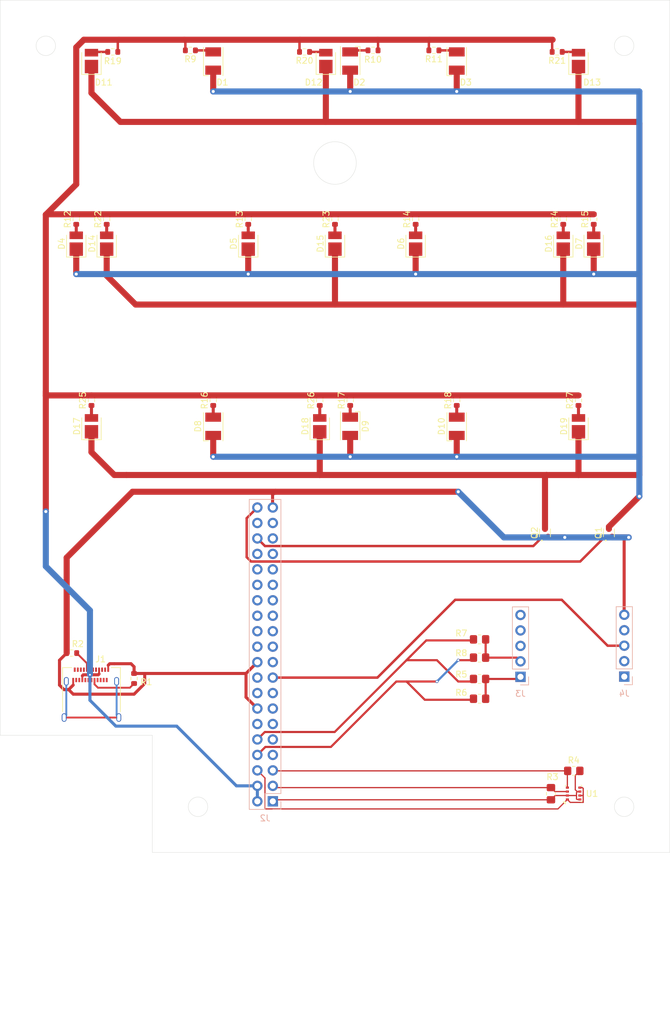
<source format=kicad_pcb>
(kicad_pcb (version 20240108) (generator "pcbnew") (generator_version "8.0")
  (layers (0 "F.Cu" signal) (31 "B.Cu" signal) (34 "B.Paste" user) (35 "F.Paste" user) (36 "B.SilkS" user "B.Silkscreen") (37 "F.SilkS" user "F.Silkscreen") (38 "B.Mask" user) (39 "F.Mask" user) (44 "Edge.Cuts" user))
  (net 0 "")
  (net 1 "Net-(D1-K)")
  (net 2 "Net-(D1-A)")
  (net 3 "Net-(D2-A)")
  (net 4 "Net-(D3-A)")
  (net 5 "Net-(D4-A)")
  (net 6 "Net-(D5-A)")
  (net 7 "Net-(D6-A)")
  (net 8 "Net-(D7-A)")
  (net 9 "Net-(D8-A)")
  (net 10 "Net-(D9-A)")
  (net 11 "Net-(D10-A)")
  (net 12 "Net-(D11-K)")
  (net 13 "Net-(D11-A)")
  (net 14 "Net-(D12-A)")
  (net 15 "Net-(D13-A)")
  (net 16 "Net-(D14-A)")
  (net 17 "Net-(D15-A)")
  (net 18 "Net-(D16-A)")
  (net 19 "Net-(D17-A)")
  (net 20 "Net-(D18-A)")
  (net 21 "Net-(D19-A)")
  (net 22 "GPIO5")
  (net 23 "GPIO19")
  (net 24 "+3.3V")
  (net 25 "+5V")
  (net 26 "GND")
  (net 27 "GPIO26")
  (net 28 "GPIO27")
  (net 29 "GPIO25")
  (net 30 "led_white_enable")
  (net 31 "GPIO23")
  (net 32 "GPIO24")
  (net 34 "GPIO17")
  (net 36 "GPIO9")
  (net 37 "RX")
  (net 38 "GPIO4")
  (net 39 "TX")
  (net 40 "GPIO7")
  (net 41 "GPIO10")
  (net 42 "GPIO22")
  (net 43 "GPIO20")
  (net 44 "GPIO12")
  (net 45 "led_uv_enable")
  (net 46 "SCL")
  (net 47 "GPIO8")
  (net 48 "GPIO18")
  (net 49 "SDA")
  (net 50 "GPIO11")
  (net 51 "GPIO6")
  (net 52 "GPIO13")
  (net 54 "Net-(J3-Pin_1)")
  (net 57 "Net-(J3-Pin_2)")
  (net 61 "Net-(J1-CC2)")
  (net 62 "Net-(J1-CC1)")
  (net 63 "unconnected-(J1-SHIELD-PadS1)")
  (footprint "LED_SMD:LED_PLCC_2835" (layer "F.Cu") (at 53.5 10 90)
    (property "Reference" "D12")
    (property "Value" "LED_w")
  )
  (footprint "Resistor_SMD:R_0603_1608Metric" (layer "F.Cu") (at 71.25 8.25 180)
    (property "Reference" "R11")
    (property "Value" "56R")
  )
  (footprint "Resistor_SMD:R_0603_1608Metric" (layer "F.Cu") (at 95 65.75 90)
    (property "Reference" "R27")
    (property "Value" "68R")
  )
  (footprint "Resistor_SMD:R_0603_1608Metric" (layer "F.Cu") (at 35 65.75 90)
    (property "Reference" "R16")
    (property "Value" "56R")
  )
  (footprint "Package_TO_SOT_SMD:SOT-523" (layer "F.Cu") (at 100 87.5 90)
    (property "Reference" "Q1")
    (property "Value" "DMG1012T")
  )
  (footprint "LED_SMD:LED_PLCC_2835" (layer "F.Cu") (at 15 10 90)
    (property "Reference" "D11")
    (property "Value" "LED_w")
  )
  (footprint "Resistor_SMD:R_0805_2012Metric_Pad1.20x1.40mm_HandSolder" (layer "F.Cu") (at 78.75 114.75)
    (property "Reference" "R6")
    (property "Value" "0R")
  )
  (footprint "Resistor_SMD:R_0805_2012Metric_Pad1.20x1.40mm_HandSolder" (layer "F.Cu") (at 78.75 105)
    (property "Reference" "R7")
    (property "Value" "0R")
  )
  (footprint "Resistor_SMD:R_0603_1608Metric" (layer "F.Cu") (at 11.75 107.25)
    (property "Reference" "R2")
    (property "Value" "5k1")
  )
  (footprint "Resistor_SMD:R_0603_1608Metric" (layer "F.Cu") (at 91.5 8.5 180)
    (property "Reference" "R21")
    (property "Value" "68R")
  )
  (footprint "LED_SMD:LED_PLCC_2835" (layer "F.Cu") (at 40.75 40 90)
    (property "Reference" "D5")
    (property "Value" "LED_365")
  )
  (footprint "LED_SMD:LED_PLCC_2835" (layer "F.Cu") (at 52.5 70 90)
    (property "Reference" "D18")
    (property "Value" "LED_w")
  )
  (footprint "LED_SMD:LED_PLCC_2835" (layer "F.Cu") (at 95 70 90)
    (property "Reference" "D19")
    (property "Value" "LED_w")
  )
  (footprint "LED_SMD:LED_PLCC_2835" (layer "F.Cu") (at 55 40 90)
    (property "Reference" "D15")
    (property "Value" "LED_w")
  )
  (footprint "Resistor_SMD:R_0603_1608Metric" (layer "F.Cu") (at 22 111.425 -90)
    (property "Reference" "R1")
    (property "Value" "5k1")
  )
  (footprint "Resistor_SMD:R_0603_1608Metric" (layer "F.Cu") (at 57.5 65.75 90)
    (property "Reference" "R17")
    (property "Value" "43R")
  )
  (footprint "LED_SMD:LED_PLCC-2_3.4x3.0mm_KA" (layer "F.Cu") (at 35 70 90)
    (property "Reference" "D8")
    (property "Value" "LED_405")
  )
  (footprint "LED_SMD:LED_PLCC-2_3.4x3.0mm_AK" (layer "F.Cu") (at 57.5 10 -90)
    (property "Reference" "D2")
    (property "Value" "LED_blue")
  )
  (footprint "Resistor_SMD:R_0805_2012Metric_Pad1.20x1.40mm_HandSolder" (layer "F.Cu") (at 94.225 126.6 180)
    (property "Reference" "R4")
    (property "Value" "4k7")
  )
  (footprint "Resistor_SMD:R_0603_1608Metric" (layer "F.Cu") (at 40.75 36 90)
    (property "Reference" "R13")
    (property "Value" "51R")
  )
  (footprint "LED_SMD:LED_PLCC_2835" (layer "F.Cu") (at 12.5 40 90)
    (property "Reference" "D4")
    (property "Value" "LED_365")
  )
  (footprint "LED_SMD:LED_PLCC_2835" (layer "F.Cu") (at 92.5 40 90)
    (property "Reference" "D16")
    (property "Value" "LED_w")
  )
  (footprint "Resistor_SMD:R_0805_2012Metric_Pad1.20x1.40mm_HandSolder" (layer "F.Cu") (at 78.75 108)
    (property "Reference" "R8")
    (property "Value" "0R")
  )
  (footprint "Resistor_SMD:R_0805_2012Metric_Pad1.20x1.40mm_HandSolder" (layer "F.Cu") (at 78.75 111.5)
    (property "Reference" "R5")
    (property "Value" "0R")
  )
  (footprint "LED_SMD:LED_PLCC_2835" (layer "F.Cu") (at 95 10 90)
    (property "Reference" "D13")
    (property "Value" "LED_w")
  )
  (footprint "Resistor_SMD:R_0603_1608Metric" (layer "F.Cu") (at 52.5 65.75 90)
    (property "Reference" "R26")
    (property "Value" "68R")
  )
  (footprint "Resistor_SMD:R_0603_1608Metric" (layer "F.Cu") (at 15 65.75 90)
    (property "Reference" "R25")
    (property "Value" "68R")
  )
  (footprint "LED_SMD:LED_PLCC-2_3.4x3.0mm_AK" (layer "F.Cu") (at 57.5 70 -90)
    (property "Reference" "D9")
    (property "Value" "LED_blue")
  )
  (footprint "Resistor_SMD:R_0603_1608Metric" (layer "F.Cu") (at 61.25 8.25)
    (property "Reference" "R10")
    (property "Value" "43R")
  )
  (footprint "Package_LGA:Bosch_LGA-8_2.5x2.5mm_P0.65mm_ClockwisePinNumbering" (layer "F.Cu") (at 94.2 130.325 90)
    (property "Reference" "U1")
    (property "Value" "BME280")
  )
  (footprint "Resistor_SMD:R_0603_1608Metric" (layer "F.Cu") (at 12.5 36 90)
    (property "Reference" "R12")
    (property "Value" "51R")
  )
  (footprint "Resistor_SMD:R_0603_1608Metric" (layer "F.Cu") (at 68.25 36 90)
    (property "Reference" "R14")
    (property "Value" "51R")
  )
  (footprint "Resistor_SMD:R_0603_1608Metric" (layer "F.Cu") (at 50 8.5 180)
    (property "Reference" "R20")
    (property "Value" "68R")
  )
  (footprint "Resistor_SMD:R_0603_1608Metric" (layer "F.Cu") (at 92.5 36 90)
    (property "Reference" "R24")
    (property "Value" "68R")
  )
  (footprint "LED_SMD:LED_PLCC_2835" (layer "F.Cu") (at 97.5 40 90)
    (property "Reference" "D7")
    (property "Value" "LED_365")
  )
  (footprint "LED_SMD:LED_PLCC_2835" (layer "F.Cu") (at 68.25 40 90)
    (property "Reference" "D6")
    (property "Value" "LED_365")
  )
  (footprint "Connector_USB:USB_C_Receptacle_Amphenol_12401610E4-2A" (layer "F.Cu") (at 15 115)
    (property "Reference" "J1")
    (property "Value" "USB_C_Receptacle_PowerOnly_6P")
  )
  (footprint "LED_SMD:LED_PLCC-2_3.4x3.0mm_KA" (layer "F.Cu") (at 35 10 90)
    (property "Reference" "D1")
    (property "Value" "LED_405")
  )
  (footprint "LED_SMD:LED_PLCC_2835" (layer "F.Cu") (at 17.5 40 90)
    (property "Reference" "D14")
    (property "Value" "LED_w")
  )
  (footprint "Resistor_SMD:R_0603_1608Metric" (layer "F.Cu") (at 55 36 90)
    (property "Reference" "R23")
    (property "Value" "68R")
  )
  (footprint "Resistor_SMD:R_0805_2012Metric_Pad1.20x1.40mm_HandSolder" (layer "F.Cu") (at 90.475 130.35 90)
    (property "Reference" "R3")
    (property "Value" "4k7")
  )
  (footprint "LED_SMD:LED_PLCC-2_3.4x3.0mm_KA" (layer "F.Cu") (at 75 10 90)
    (property "Reference" "D3")
    (property "Value" "LED_405")
  )
  (footprint "Resistor_SMD:R_0603_1608Metric" (layer "F.Cu") (at 17.5 36 90)
    (property "Reference" "R22")
    (property "Value" "68R")
  )
  (footprint "Package_TO_SOT_SMD:SOT-523" (layer "F.Cu") (at 89.5 87.5 90)
    (property "Reference" "Q2")
    (property "Value" "DMG1012T")
  )
  (footprint "Resistor_SMD:R_0603_1608Metric" (layer "F.Cu") (at 97.5 36 90)
    (property "Reference" "R15")
    (property "Value" "51R")
  )
  (footprint "Resistor_SMD:R_0603_1608Metric" (layer "F.Cu") (at 31.25 8.25 180)
    (property "Reference" "R9")
    (property "Value" "56R")
  )
  (footprint "Resistor_SMD:R_0603_1608Metric" (layer "F.Cu") (at 75 65.75 90)
    (property "Reference" "R18")
    (property "Value" "56R")
  )
  (footprint "LED_SMD:LED_PLCC-2_3.4x3.0mm_KA" (layer "F.Cu") (at 75 70 90)
    (property "Reference" "D10")
    (property "Value" "LED_405")
  )
  (footprint "LED_SMD:LED_PLCC_2835" (layer "F.Cu") (at 15 70 90)
    (property "Reference" "D17")
    (property "Value" "LED_w")
  )
  (footprint "Resistor_SMD:R_0603_1608Metric" (layer "F.Cu") (at 18.5 8.5)
    (property "Reference" "R19")
    (property "Value" "68R")
  )
  (footprint "Connector_PinSocket_2.54mm:PinSocket_2x20_P2.54mm_Vertical" (layer "B.Cu") (at 44.79 131.6)
    (property "Reference" "J2")
    (property "Value" "Conn_02x20_Odd_Even")
  )
  (footprint "Connector_PinSocket_2.54mm:PinSocket_1x05_P2.54mm_Vertical" (layer "B.Cu") (at 102.525 111.12)
    (property "Reference" "J4")
    (property "Value" "Conn_01x05_Socket")
  )
  (footprint "Connector_PinSocket_2.54mm:PinSocket_1x05_P2.54mm_Vertical" (layer "B.Cu") (at 85.475 111.15)
    (property "Reference" "J3")
    (property "Value" "Conn_01x05_Socket")
  )
  (gr_line (start 25 140) (end 110 140) (stroke (width 0.05)) (layer "Edge.Cuts"))
  (gr_line (start 110 0) (end 0 0) (stroke (width 0.05)) (layer "Edge.Cuts"))
  (gr_line (start 0 120.75) (end 25 120.75) (stroke (width 0.05)) (layer "Edge.Cuts"))
  (gr_line (start 110 140) (end 110 0) (stroke (width 0.05)) (layer "Edge.Cuts"))
  (gr_circle (center 55 26.75) (end 58.5 26.75) (stroke (width 0.05)) (fill none) (layer "Edge.Cuts"))
  (gr_circle (center 32.5 132.5) (end 34.1 132.5) (stroke (width 0.05)) (fill none) (layer "Edge.Cuts"))
  (gr_circle (center 7.5 7.5) (end 9.1 7.5) (stroke (width 0.05)) (fill none) (layer "Edge.Cuts"))
  (gr_circle (center 102.5 7.5) (end 104.1 7.5) (stroke (width 0.05)) (fill none) (layer "Edge.Cuts"))
  (gr_line (start 25 120.75) (end 25 140) (stroke (width 0.05)) (layer "Edge.Cuts"))
  (gr_line (start 0 0) (end 0 120.75) (stroke (width 0.05)) (layer "Edge.Cuts"))
  (gr_circle (center 102.5 132.5) (end 104.1 132.5) (stroke (width 0.05)) (fill none) (layer "Edge.Cuts"))
  (segment (start 12.5 40.9) (end 12.5 45) (width 1) (layer "F.Cu") (net 1))
  (segment (start 35 71.5) (end 35 75) (width 1) (layer "F.Cu") (net 1))
  (segment (start 75 71.5) (end 75 75) (width 1) (layer "F.Cu") (net 1))
  (segment (start 35 11.5) (end 35 15) (width 1) (layer "F.Cu") (net 1))
  (segment (start 100 86.855) (end 100 86.5) (width 1) (layer "F.Cu") (net 1))
  (segment (start 57.5 11.5) (end 57.5 15) (width 1) (layer "F.Cu") (net 1))
  (segment (start 75 11.5) (end 75 15) (width 1) (layer "F.Cu") (net 1))
  (segment (start 40.75 40.9) (end 40.75 45) (width 1) (layer "F.Cu") (net 1))
  (segment (start 97.5 40.9) (end 97.5 45) (width 1) (layer "F.Cu") (net 1))
  (segment (start 68.25 40.9) (end 68.25 45) (width 1) (layer "F.Cu") (net 1))
  (segment (start 100 86.5) (end 105 81.5) (width 1) (layer "F.Cu") (net 1))
  (segment (start 57.5 71.5) (end 57.5 75) (width 1) (layer "F.Cu") (net 1))
  (via (at 105 81.5) (size 1) (drill 0.5) (layers "F.Cu" "B.Cu") (net 1))
  (via (at 97.5 45) (size 1) (drill 0.5) (layers "F.Cu" "B.Cu") (net 1))
  (via (at 35 75) (size 1) (drill 0.5) (layers "F.Cu" "B.Cu") (net 1))
  (via (at 40.75 45) (size 1) (drill 0.5) (layers "F.Cu" "B.Cu") (net 1))
  (via (at 75 15) (size 1) (drill 0.5) (layers "F.Cu" "B.Cu") (net 1))
  (via (at 75 75) (size 1) (drill 0.5) (layers "F.Cu" "B.Cu") (net 1))
  (via (at 57.5 15) (size 1) (drill 0.5) (layers "F.Cu" "B.Cu") (net 1))
  (via (at 35 15) (size 1) (drill 0.5) (layers "F.Cu" "B.Cu") (net 1))
  (via (at 68.25 45) (size 1) (drill 0.5) (layers "F.Cu" "B.Cu") (net 1))
  (via (at 57.5 75) (size 1) (drill 0.5) (layers "F.Cu" "B.Cu") (net 1))
  (via (at 12.5 45) (size 1) (drill 0.5) (layers "F.Cu" "B.Cu") (net 1))
  (segment (start 75 15) (end 105 15) (width 1) (layer "B.Cu") (net 1))
  (segment (start 35 75) (end 75 75) (width 1) (layer "B.Cu") (net 1))
  (segment (start 105 75) (end 105 81.5) (width 1) (layer "B.Cu") (net 1))
  (segment (start 12.5 45) (end 97.5 45) (width 1) (layer "B.Cu") (net 1))
  (segment (start 105 15) (end 105 45) (width 1) (layer "B.Cu") (net 1))
  (segment (start 35 15) (end 75 15) (width 1) (layer "B.Cu") (net 1))
  (segment (start 75 75) (end 105 75) (width 1) (layer "B.Cu") (net 1))
  (segment (start 97.5 45) (end 105 45) (width 1) (layer "B.Cu") (net 1))
  (segment (start 105 45) (end 105 75) (width 1) (layer "B.Cu") (net 1))
  (segment (start 32.075 8.25) (end 34.75 8.25) (width 0.4) (layer "F.Cu") (net 2))
  (segment (start 34.75 8.25) (end 35 8.5) (width 0.4) (layer "F.Cu") (net 2))
  (segment (start 60.425 8.25) (end 57.75 8.25) (width 0.4) (layer "F.Cu") (net 3))
  (segment (start 57.75 8.25) (end 57.5 8.5) (width 0.4) (layer "F.Cu") (net 3))
  (segment (start 74.75 8.25) (end 75 8.5) (width 0.4) (layer "F.Cu") (net 4))
  (segment (start 72.075 8.25) (end 74.75 8.25) (width 0.4) (layer "F.Cu") (net 4))
  (segment (start 12.5 36.825) (end 12.5 38.625) (width 0.5) (layer "F.Cu") (net 5))
  (segment (start 40.75 36.825) (end 40.75 38.625) (width 0.5) (layer "F.Cu") (net 6))
  (segment (start 68.25 36.825) (end 68.25 38.625) (width 0.5) (layer "F.Cu") (net 7))
  (segment (start 97.5 36.825) (end 97.5 38.625) (width 0.5) (layer "F.Cu") (net 8))
  (segment (start 35 66.575) (end 35 68.5) (width 0.5) (layer "F.Cu") (net 9))
  (segment (start 57.5 66.575) (end 57.5 68.5) (width 0.5) (layer "F.Cu") (net 10))
  (segment (start 75 66.575) (end 75 68.5) (width 0.5) (layer "F.Cu") (net 11))
  (segment (start 22.25 50) (end 104.75 50) (width 1) (layer "F.Cu") (net 12))
  (segment (start 15 74.25) (end 15 70.9) (width 1) (layer "F.Cu") (net 12))
  (segment (start 17.5 45.25) (end 22.25 50) (width 1) (layer "F.Cu") (net 12))
  (segment (start 52.5 70.9) (end 52.5 78) (width 1) (layer "F.Cu") (net 12))
  (segment (start 18.75 78) (end 15 74.25) (width 1) (layer "F.Cu") (net 12))
  (segment (start 19.75 20) (end 104.75 20) (width 1) (layer "F.Cu") (net 12))
  (segment (start 95 70.9) (end 95 78) (width 1) (layer "F.Cu") (net 12))
  (segment (start 95 78) (end 89.75 78) (width 1) (layer "F.Cu") (net 12))
  (segment (start 89.5 78.25) (end 89.75 78) (width 1) (layer "F.Cu") (net 12))
  (segment (start 104.75 20) (end 105 20.25) (width 1) (layer "F.Cu") (net 12))
  (segment (start 17.5 40.9) (end 17.5 45.25) (width 1) (layer "F.Cu") (net 12))
  (segment (start 55 40.9) (end 55 50) (width 1) (layer "F.Cu") (net 12))
  (segment (start 52.5 78) (end 20.75 78) (width 1) (layer "F.Cu") (net 12))
  (segment (start 15 15.25) (end 19.75 20) (width 1) (layer "F.Cu") (net 12))
  (segment (start 105 20.25) (end 105 78) (width 1) (layer "F.Cu") (net 12))
  (segment (start 53.5 10.9) (end 53.5 20) (width 1) (layer "F.Cu") (net 12))
  (segment (start 89.5 86.855) (end 89.5 78.25) (width 1) (layer "F.Cu") (net 12))
  (segment (start 92.5 40.9) (end 92.5 50) (width 1) (layer "F.Cu") (net 12))
  (segment (start 89.75 78) (end 52.5 78) (width 1) (layer "F.Cu") (net 12))
  (segment (start 95 10.9) (end 95 20) (width 1) (layer "F.Cu") (net 12))
  (segment (start 20.75 78) (end 18.75 78) (width 1) (layer "F.Cu") (net 12))
  (segment (start 15 10.9) (end 15 15.25) (width 1) (layer "F.Cu") (net 12))
  (segment (start 105 78) (end 95 78) (width 1) (layer "F.Cu") (net 12))
  (segment (start 17.675 8.5) (end 15.125 8.5) (width 0.4) (layer "F.Cu") (net 13))
  (segment (start 15.125 8.5) (end 15 8.625) (width 0.4) (layer "F.Cu") (net 13))
  (segment (start 14.875 8.5) (end 15 8.625) (width 0.4) (layer "F.Cu") (net 13))
  (segment (start 50.825 8.5) (end 53.375 8.5) (width 0.4) (layer "F.Cu") (net 14))
  (segment (start 53.375 8.5) (end 53.5 8.625) (width 0.4) (layer "F.Cu") (net 14))
  (segment (start 92.325 8.5) (end 94.875 8.5) (width 0.4) (layer "F.Cu") (net 15))
  (segment (start 94.875 8.5) (end 95 8.625) (width 0.4) (layer "F.Cu") (net 15))
  (segment (start 17.5 36.825) (end 17.5 38.625) (width 0.5) (layer "F.Cu") (net 16))
  (segment (start 55 36.825) (end 55 38.625) (width 0.5) (layer "F.Cu") (net 17))
  (segment (start 92.5 36.825) (end 92.5 38.625) (width 0.5) (layer "F.Cu") (net 18))
  (segment (start 15 66.575) (end 15 68.625) (width 0.5) (layer "F.Cu") (net 19))
  (segment (start 52.5 66.575) (end 52.5 68.625) (width 0.5) (layer "F.Cu") (net 20))
  (segment (start 95 66.575) (end 95 68.625) (width 0.5) (layer "F.Cu") (net 21))
  (segment (start 95.225 130) (end 94.775 130) (width 0.2) (layer "F.Cu") (net 24))
  (segment (start 94.675 131.2) (end 94.675 130.65) (width 0.2) (layer "F.Cu") (net 24))
  (segment (start 91.175 130.65) (end 90.475 131.35) (width 0.2) (layer "F.Cu") (net 24))
  (segment (start 94.675 130.175) (end 94.85 130) (width 0.2) (layer "F.Cu") (net 24))
  (segment (start 93.175 130.65) (end 91.175 130.65) (width 0.2) (layer "F.Cu") (net 24))
  (segment (start 99.79 106.04) (end 102.5 106.04) (width 0.4) (layer "F.Cu") (net 24))
  (segment (start 45.04 131.35) (end 44.79 131.6) (width 0.2) (layer "F.Cu") (net 24))
  (segment (start 92.25 98.5) (end 99.79 106.04) (width 0.4) (layer "F.Cu") (net 24))
  (segment (start 94.675 130.65) (end 94.675 130.175) (width 0.2) (layer "F.Cu") (net 24))
  (segment (start 45.14 131.25) (end 44.79 131.6) (width 0.2) (layer "F.Cu") (net 24))
  (segment (start 61.97 111.28) (end 74.75 98.5) (width 0.4) (layer "F.Cu") (net 24))
  (segment (start 94.85 130) (end 95.225 130) (width 0.2) (layer "F.Cu") (net 24))
  (segment (start 94.475 127.35) (end 95.225 126.6) (width 0.2) (layer "F.Cu") (net 24))
  (segment (start 94.775 131.3) (end 94.675 131.2) (width 0.2) (layer "F.Cu") (net 24))
  (segment (start 90.475 131.35) (end 45.04 131.35) (width 0.2) (layer "F.Cu") (net 24))
  (segment (start 44.79 111.28) (end 61.97 111.28) (width 0.4) (layer "F.Cu") (net 24))
  (segment (start 93.175 130.65) (end 94.675 130.65) (width 0.2) (layer "F.Cu") (net 24))
  (segment (start 94.475 129.7) (end 94.475 127.35) (width 0.2) (layer "F.Cu") (net 24))
  (segment (start 94.775 130) (end 94.475 129.7) (width 0.2) (layer "F.Cu") (net 24))
  (segment (start 95.225 131.3) (end 94.775 131.3) (width 0.2) (layer "F.Cu") (net 24))
  (segment (start 74.75 98.5) (end 92.25 98.5) (width 0.4) (layer "F.Cu") (net 24))
  (segment (start 70.5 6.5) (end 90.75 6.5) (width 1) (layer "F.Cu") (net 25))
  (segment (start 13.75 6.5) (end 19.5 6.5) (width 1) (layer "F.Cu") (net 25))
  (segment (start 19.325 8.5) (end 19.325 6.675) (width 0.4) (layer "F.Cu") (net 25))
  (segment (start 7.5 35.25) (end 12.5 30.25) (width 1) (layer "F.Cu") (net 25))
  (segment (start 13.5 111.68) (end 13.5 110.98) (width 0.3) (layer "F.Cu") (net 25))
  (segment (start 16.11 110.82) (end 16.25 110.68) (width 0.5) (layer "F.Cu") (net 25))
  (segment (start 49.175 8.5) (end 49.175 6.575) (width 0.4) (layer "F.Cu") (net 25))
  (segment (start 90.675 6.575) (end 90.75 6.5) (width 0.4) (layer "F.Cu") (net 25))
  (segment (start 13.66 110.82) (end 16.11 110.82) (width 0.5) (layer "F.Cu") (net 25))
  (segment (start 30.425 6.675) (end 30.25 6.5) (width 0.4) (layer "F.Cu") (net 25))
  (segment (start 49.25 6.5) (end 62 6.5) (width 1) (layer "F.Cu") (net 25))
  (segment (start 70.425 8.25) (end 70.425 6.575) (width 0.4) (layer "F.Cu") (net 25))
  (segment (start 15 64.925) (end 95 64.925) (width 1) (layer "F.Cu") (net 25))
  (segment (start 12.5 7.75) (end 13.75 6.5) (width 1) (layer "F.Cu") (net 25))
  (segment (start 30.425 8.25) (end 30.425 6.675) (width 0.4) (layer "F.Cu") (net 25))
  (segment (start 19.5 6.5) (end 30.25 6.5) (width 1) (layer "F.Cu") (net 25))
  (segment (start 30.25 6.5) (end 49.25 6.5) (width 1) (layer "F.Cu") (net 25))
  (segment (start 62 6.5) (end 70.5 6.5) (width 1) (layer "F.Cu") (net 25))
  (segment (start 7.575 35.175) (end 97.5 35.175) (width 1) (layer "F.Cu") (net 25))
  (segment (start 70.425 6.575) (end 70.5 6.5) (width 0.4) (layer "F.Cu") (net 25))
  (segment (start 7.5 65) (end 7.5 35.25) (width 1) (layer "F.Cu") (net 25))
  (segment (start 7.5 84) (end 7.5 64.25) (width 1) (layer "F.Cu") (net 25))
  (segment (start 19.325 6.675) (end 19.5 6.5) (width 0.4) (layer "F.Cu") (net 25))
  (segment (start 16.25 110.68) (end 16.25 109.98) (width 0.3) (layer "F.Cu") (net 25))
  (segment (start 62.075 8.25) (end 62.075 6.575) (width 0.4) (layer "F.Cu") (net 25))
  (segment (start 7.575 64.925) (end 7.5 65) (width 1) (layer "F.Cu") (net 25))
  (segment (start 62.075 6.575) (end 62 6.5) (width 0.4) (layer "F.Cu") (net 25))
  (segment (start 90.675 8.5) (end 90.675 6.575) (width 0.4) (layer "F.Cu") (net 25))
  (segment (start 15 64.925) (end 7.575 64.925) (width 1) (layer "F.Cu") (net 25))
  (segment (start 13.5 110.98) (end 13.66 110.82) (width 0.5) (layer "F.Cu") (net 25))
  (segment (start 7.5 35.25) (end 7.575 35.175) (width 1) (layer "F.Cu") (net 25))
  (segment (start 12.5 30.25) (end 12.5 7.75) (width 1) (layer "F.Cu") (net 25))
  (segment (start 49.175 6.575) (end 49.25 6.5) (width 0.4) (layer "F.Cu") (net 25))
  (via (at 14.75 110.82) (size 0.5) (drill 0.3) (layers "F.Cu" "B.Cu") (net 25))
  (via (at 7.5 84) (size 1) (drill 0.5) (layers "F.Cu" "B.Cu") (net 25))
  (segment (start 29 119.25) (end 38.81 129.06) (width 0.5) (layer "B.Cu") (net 25))
  (segment (start 7.5 84) (end 7.5 93) (width 1) (layer "B.Cu") (net 25))
  (segment (start 14.75 110.75) (end 14.75 115) (width 0.5) (layer "B.Cu") (net 25))
  (segment (start 19 119.25) (end 29 119.25) (width 0.5) (layer "B.Cu") (net 25))
  (segment (start 14.75 100.25) (end 14.75 110.75) (width 1) (layer "B.Cu") (net 25))
  (segment (start 38.81 129.06) (end 42.25 129.06) (width 0.5) (layer "B.Cu") (net 25))
  (segment (start 7.5 93) (end 14.75 100.25) (width 1) (layer "B.Cu") (net 25))
  (segment (start 42.25 129.06) (end 42.25 131.6) (width 0.5) (layer "B.Cu") (net 25))
  (segment (start 14.75 115) (end 19 119.25) (width 0.5) (layer "B.Cu") (net 25))
  (segment (start 24.25 110.6) (end 40.39 110.6) (width 0.5) (layer "F.Cu") (net 26))
  (segment (start 102.5 100.935) (end 102.5 88.25) (width 0.5) (layer "F.Cu") (net 26))
  (segment (start 93.65 131.775) (end 95.775 131.775) (width 0.2) (layer "F.Cu") (net 26))
  (segment (start 22 110.6) (end 22 109.5) (width 0.5) (layer "F.Cu") (net 26))
  (segment (start 40.39 114.5) (end 42.25 116.36) (width 0.5) (layer "F.Cu") (net 26))
  (segment (start 18 109) (end 17.75 109.25) (width 0.5) (layer "F.Cu") (net 26))
  (segment (start 45.25 80.75) (end 44.75 81.25) (width 0.5) (layer "F.Cu") (net 26))
  (segment (start 43.6 132.85) (end 43.5 132.75) (width 0.2) (layer "F.Cu") (net 26))
  (segment (start 18.75 109) (end 18 109) (width 0.5) (layer "F.Cu") (net 26))
  (segment (start 103.25 88.25) (end 100.605 88.25) (width 1) (layer "F.Cu") (net 26))
  (segment (start 23.75 110.6) (end 24.25 110.6) (width 0.5) (layer "F.Cu") (net 26))
  (segment (start 95.775 129.4875) (end 95.6375 129.35) (width 0.2) (layer "F.Cu") (net 26))
  (segment (start 43.5 127.77) (end 42.25 126.52) (width 0.2) (layer "F.Cu") (net 26))
  (segment (start 10.925 91.575) (end 10.925 107.25) (width 1) (layer "F.Cu") (net 26))
  (segment (start 44.75 83.3) (end 44.79 83.34) (width 0.5) (layer "F.Cu") (net 26))
  (segment (start 11.25 113.25) (end 10.488959 113.25) (width 0.5) (layer "F.Cu") (net 26))
  (segment (start 12 114) (end 22 114) (width 0.5) (layer "F.Cu") (net 26))
  (segment (start 21.5 109) (end 18.75 109) (width 0.5) (layer "F.Cu") (net 26))
  (segment (start 9.75 112.511041) (end 9.75 108.425) (width 0.5) (layer "F.Cu") (net 26))
  (segment (start 93.175 131.3) (end 91.625 132.85) (width 0.2) (layer "F.Cu") (net 26))
  (segment (start 10.488959 113.25) (end 9.75 112.511041) (width 0.5) (layer "F.Cu") (net 26))
  (segment (start 45.25 80.75) (end 75.25 80.75) (width 1) (layer "F.Cu") (net 26))
  (segment (start 12 112.5) (end 11.25 113.25) (width 0.5) (layer "F.Cu") (net 26))
  (segment (start 12 112.5) (end 12 111.68) (width 0.3) (layer "F.Cu") (net 26))
  (segment (start 21.75 80.75) (end 10.925 91.575) (width 1) (layer "F.Cu") (net 26))
  (segment (start 40.39 110.6) (end 42.25 108.74) (width 0.5) (layer "F.Cu") (net 26))
  (segment (start 95.225 130.65) (end 95.675 130.65) (width 0.2) (layer "F.Cu") (net 26))
  (segment (start 9.75 108.425) (end 10.925 107.25) (width 0.5) (layer "F.Cu") (net 26))
  (segment (start 43.5 132.75) (end 43.5 129.35) (width 0.2) (layer "F.Cu") (net 26))
  (segment (start 90.105 88.25) (end 90 88.145) (width 1) (layer "F.Cu") (net 26))
  (segment (start 40.39 110.6) (end 40.39 114.5) (width 0.5) (layer "F.Cu") (net 26))
  (segment (start 95.6375 129.35) (end 95.225 129.35) (width 0.2) (layer "F.Cu") (net 26))
  (segment (start 23.75 112.25) (end 23.75 110.6) (width 0.5) (layer "F.Cu") (net 26))
  (segment (start 100.605 88.25) (end 100.5 88.145) (width 1) (layer "F.Cu") (net 26))
  (segment (start 95.775 131.775) (end 95.775 130.55) (width 0.2) (layer "F.Cu") (net 26))
  (segment (start 102.5 88.25) (end 103.25 88.25) (width 0.5) (layer "F.Cu") (net 26))
  (segment (start 43.5 129.436346) (end 43.5 127.77) (width 0.2) (layer "F.Cu") (net 26))
  (segment (start 92.75 88.25) (end 90.105 88.25) (width 1) (layer "F.Cu") (net 26))
  (segment (start 44.75 81.25) (end 44.75 83.3) (width 0.5) (layer "F.Cu") (net 26))
  (segment (start 91.625 132.85) (end 43.6 132.85) (width 0.2) (layer "F.Cu") (net 26))
  (segment (start 93.175 131.3) (end 93.65 131.775) (width 0.2) (layer "F.Cu") (net 26))
  (segment (start 22 114) (end 23.75 112.25) (width 0.5) (layer "F.Cu") (net 26))
  (segment (start 11.25 113.25) (end 12 114) (width 0.5) (layer "F.Cu") (net 26))
  (segment (start 95.775 130.55) (end 95.775 129.4875) (width 0.2) (layer "F.Cu") (net 26))
  (segment (start 45.25 80.75) (end 21.75 80.75) (width 1) (layer "F.Cu") (net 26))
  (segment (start 22 109.5) (end 21.5 109) (width 0.5) (layer "F.Cu") (net 26))
  (segment (start 102.525 100.96) (end 102.5 100.935) (width 0.5) (layer "F.Cu") (net 26))
  (segment (start 95.675 130.65) (end 95.775 130.55) (width 0.2) (layer "F.Cu") (net 26))
  (segment (start 22 110.6) (end 23.75 110.6) (width 0.5) (layer "F.Cu") (net 26))
  (segment (start 17.75 109.98) (end 17.75 109.25) (width 0.3) (layer "F.Cu") (net 26))
  (via (at 103.25 88.25) (size 1) (drill 0.5) (layers "F.Cu" "B.Cu") (net 26))
  (via (at 75.25 80.75) (size 1) (drill 0.5) (layers "F.Cu" "B.Cu") (net 26))
  (via (at 92.75 88.25) (size 1) (drill 0.5) (layers "F.Cu" "B.Cu") (net 26))
  (segment (start 103.25 88.25) (end 82.75 88.25) (width 1) (layer "B.Cu") (net 26))
  (segment (start 82.75 88.25) (end 75.25 80.75) (width 1) (layer "B.Cu") (net 26))
  (segment (start 89 88.25) (end 87.58 89.67) (width 0.4) (layer "F.Cu") (net 30))
  (segment (start 89 88.145) (end 89 88.25) (width 0.4) (layer "F.Cu") (net 30))
  (segment (start 43.5 89.67) (end 42.25 88.42) (width 0.4) (layer "F.Cu") (net 30))
  (segment (start 87.58 89.67) (end 43.5 89.67) (width 0.4) (layer "F.Cu") (net 30))
  (segment (start 77.75 111.92) (end 75.25 111.92) (width 0.35) (layer "F.Cu") (net 37))
  (segment (start 77.75 105.17) (end 70 105.17) (width 0.35) (layer "F.Cu") (net 37))
  (segment (start 43.475 120.215) (end 54.955 120.215) (width 0.35) (layer "F.Cu") (net 37))
  (segment (start 71.75 108.42) (end 66.75 108.42) (width 0.35) (layer "F.Cu") (net 37))
  (segment (start 70 105.17) (end 67.46 107.71) (width 0.35) (layer "F.Cu") (net 37))
  (segment (start 67.46 107.71) (end 66.75 108.42) (width 0.35) (layer "F.Cu") (net 37))
  (segment (start 75.25 111.92) (end 71.75 108.42) (width 0.35) (layer "F.Cu") (net 37))
  (segment (start 54.955 120.215) (end 67.46 107.71) (width 0.35) (layer "F.Cu") (net 37))
  (segment (start 42.25 121.44) (end 43.475 120.215) (width 0.35) (layer "F.Cu") (net 37))
  (segment (start 65.08 111.92) (end 54.335 122.665) (width 0.35) (layer "F.Cu") (net 39))
  (segment (start 77.75 108.42) (end 78 108.42) (width 0.2) (layer "F.Cu") (net 39))
  (segment (start 77.75 108.42) (end 75.25 108.42) (width 0.35) (layer "F.Cu") (net 39))
  (segment (start 66.75 111.92) (end 65.08 111.92) (width 0.35) (layer "F.Cu") (net 39))
  (segment (start 54.335 122.665) (end 43.565 122.665) (width 0.35) (layer "F.Cu") (net 39))
  (segment (start 43.565 122.665) (end 42.25 123.98) (width 0.35) (layer "F.Cu") (net 39))
  (segment (start 66.75 111.92) (end 71.75 111.92) (width 0.35) (layer "F.Cu") (net 39))
  (segment (start 69.75 114.92) (end 66.75 111.92) (width 0.35) (layer "F.Cu") (net 39))
  (segment (start 77.75 114.92) (end 69.75 114.92) (width 0.35) (layer "F.Cu") (net 39))
  (via (at 71.75 111.92) (size 0.5) (drill 0.3) (layers "F.Cu" "B.Cu") (net 39))
  (via (at 75.25 108.42) (size 0.5) (drill 0.3) (layers "F.Cu" "B.Cu") (net 39))
  (segment (start 75.25 108.42) (end 71.75 111.92) (width 0.35) (layer "B.Cu") (net 39))
  (segment (start 40.5 85.09) (end 42.25 83.34) (width 0.4) (layer "F.Cu") (net 45))
  (segment (start 99.3425 88.145) (end 95.2775 92.21) (width 0.4) (layer "F.Cu") (net 45))
  (segment (start 41.21 92.21) (end 40.5 91.5) (width 0.4) (layer "F.Cu") (net 45))
  (segment (start 99.5 88.145) (end 99.3425 88.145) (width 0.4) (layer "F.Cu") (net 45))
  (segment (start 95.2775 92.21) (end 41.21 92.21) (width 0.4) (layer "F.Cu") (net 45))
  (segment (start 40.5 91.5) (end 40.5 85.09) (width 0.4) (layer "F.Cu") (net 45))
  (segment (start 93.640256 126.6) (end 44.87 126.6) (width 0.2) (layer "F.Cu") (net 46))
  (segment (start 93.175 129.35) (end 93.175 126.65) (width 0.2) (layer "F.Cu") (net 46))
  (segment (start 93.225 129.3) (end 93.175 129.35) (width 0.2) (layer "F.Cu") (net 46))
  (segment (start 93.175 126.65) (end 93.225 126.6) (width 0.2) (layer "F.Cu") (net 46))
  (segment (start 44.87 126.6) (end 44.79 126.52) (width 0.2) (layer "F.Cu") (net 46))
  (segment (start 44.75 126.5) (end 44.73 126.52) (width 0.2) (layer "F.Cu") (net 46))
  (segment (start 45.08 129.35) (end 44.79 129.06) (width 0.2) (layer "F.Cu") (net 49))
  (segment (start 90.475 129.35) (end 91.125 130) (width 0.2) (layer "F.Cu") (net 49))
  (segment (start 91.125 130) (end 93.175 130) (width 0.2) (layer "F.Cu") (net 49))
  (segment (start 90.475 129.35) (end 45.08 129.35) (width 0.2) (layer "F.Cu") (net 49))
  (segment (start 45 129.25) (end 44.81 129.06) (width 0.2) (layer "F.Cu") (net 49))
  (segment (start 85.125 111.5) (end 85.475 111.15) (width 0.35) (layer "F.Cu") (net 54))
  (segment (start 79.75 111.92) (end 79.75 114.92) (width 0.35) (layer "F.Cu") (net 54))
  (segment (start 79.75 111.5) (end 85.125 111.5) (width 0.35) (layer "F.Cu") (net 54))
  (segment (start 84.865 108) (end 85.475 108.61) (width 0.35) (layer "F.Cu") (net 57))
  (segment (start 79.75 108.42) (end 79.75 105.17) (width 0.35) (layer "F.Cu") (net 57))
  (segment (start 79.75 108) (end 84.865 108) (width 0.35) (layer "F.Cu") (net 57))
  (segment (start 16.06 112.94) (end 15.5 112.38) (width 0.3) (layer "F.Cu") (net 61))
  (segment (start 15.5 112.38) (end 15.5 111.68) (width 0.3) (layer "F.Cu") (net 61))
  (segment (start 22 112.25) (end 21.31 112.94) (width 0.3) (layer "F.Cu") (net 61))
  (segment (start 21.31 112.94) (end 16.06 112.94) (width 0.3) (layer "F.Cu") (net 61))
  (segment (start 14.25 108.925) (end 14.25 109.98) (width 0.3) (layer "F.Cu") (net 62))
  (segment (start 12.575 107.25) (end 14.25 108.925) (width 0.3) (layer "F.Cu") (net 62))
  (segment (start 10.51 117.84) (end 19.49 117.84) (width 0.3) (layer "F.Cu") (net 63))
  (segment (start 10.87 111.89) (end 10.87 117.48) (width 0.3) (layer "B.Cu") (net 63))
  (segment (start 10.87 117.48) (end 10.51 117.84) (width 0.3) (layer "B.Cu") (net 63))
  (segment (start 19.13 111.89) (end 19.13 117.48) (width 0.3) (layer "B.Cu") (net 63))
  (segment (start 19.13 117.48) (end 19.49 117.84) (width 0.3) (layer "B.Cu") (net 63))
)
</source>
